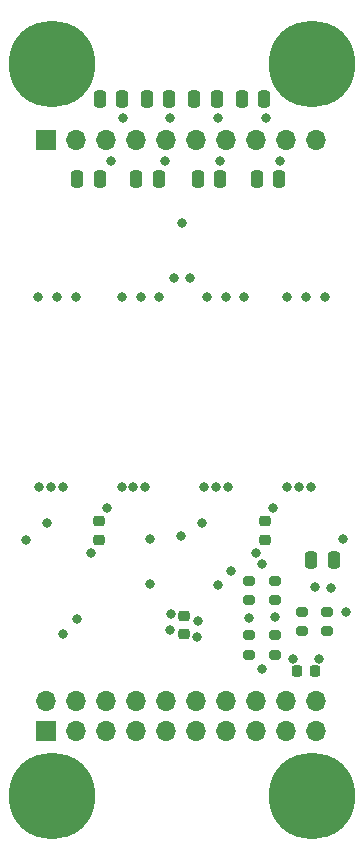
<source format=gbr>
%TF.GenerationSoftware,KiCad,Pcbnew,7.0.9*%
%TF.CreationDate,2024-02-15T22:31:25-05:00*%
%TF.ProjectId,pbm_driver4,70626d5f-6472-4697-9665-72342e6b6963,rev?*%
%TF.SameCoordinates,PX2625a0PY53ec60*%
%TF.FileFunction,Soldermask,Bot*%
%TF.FilePolarity,Negative*%
%FSLAX46Y46*%
G04 Gerber Fmt 4.6, Leading zero omitted, Abs format (unit mm)*
G04 Created by KiCad (PCBNEW 7.0.9) date 2024-02-15 22:31:25*
%MOMM*%
%LPD*%
G01*
G04 APERTURE LIST*
G04 Aperture macros list*
%AMRoundRect*
0 Rectangle with rounded corners*
0 $1 Rounding radius*
0 $2 $3 $4 $5 $6 $7 $8 $9 X,Y pos of 4 corners*
0 Add a 4 corners polygon primitive as box body*
4,1,4,$2,$3,$4,$5,$6,$7,$8,$9,$2,$3,0*
0 Add four circle primitives for the rounded corners*
1,1,$1+$1,$2,$3*
1,1,$1+$1,$4,$5*
1,1,$1+$1,$6,$7*
1,1,$1+$1,$8,$9*
0 Add four rect primitives between the rounded corners*
20,1,$1+$1,$2,$3,$4,$5,0*
20,1,$1+$1,$4,$5,$6,$7,0*
20,1,$1+$1,$6,$7,$8,$9,0*
20,1,$1+$1,$8,$9,$2,$3,0*%
G04 Aperture macros list end*
%ADD10R,1.700000X1.700000*%
%ADD11O,1.700000X1.700000*%
%ADD12RoundRect,0.200000X0.275000X-0.200000X0.275000X0.200000X-0.275000X0.200000X-0.275000X-0.200000X0*%
%ADD13RoundRect,0.200000X-0.275000X0.200000X-0.275000X-0.200000X0.275000X-0.200000X0.275000X0.200000X0*%
%ADD14RoundRect,0.250000X-0.250000X-0.475000X0.250000X-0.475000X0.250000X0.475000X-0.250000X0.475000X0*%
%ADD15RoundRect,0.250000X0.250000X0.475000X-0.250000X0.475000X-0.250000X-0.475000X0.250000X-0.475000X0*%
%ADD16RoundRect,0.225000X0.250000X-0.225000X0.250000X0.225000X-0.250000X0.225000X-0.250000X-0.225000X0*%
%ADD17RoundRect,0.225000X-0.225000X-0.250000X0.225000X-0.250000X0.225000X0.250000X-0.225000X0.250000X0*%
%ADD18C,7.330000*%
%ADD19C,0.800000*%
G04 APERTURE END LIST*
D10*
%TO.C,J1*%
X3500000Y9500000D03*
D11*
X3500000Y12040000D03*
X6040000Y9500000D03*
X6040000Y12040000D03*
X8580000Y9500000D03*
X8580000Y12040000D03*
X11120000Y9500000D03*
X11120000Y12040000D03*
X13660000Y9500000D03*
X13660000Y12040000D03*
X16200000Y9500000D03*
X16200000Y12040000D03*
X18740000Y9500000D03*
X18740000Y12040000D03*
X21280000Y9500000D03*
X21280000Y12040000D03*
X23820000Y9500000D03*
X23820000Y12040000D03*
X26360000Y9500000D03*
X26360000Y12040000D03*
%TD*%
D10*
%TO.C,J2*%
X3500000Y59600000D03*
D11*
X6040000Y59600000D03*
X8580000Y59600000D03*
X11120000Y59600000D03*
X13660000Y59600000D03*
X16200000Y59600000D03*
X18740000Y59600000D03*
X21280000Y59600000D03*
X23820000Y59600000D03*
X26360000Y59600000D03*
%TD*%
D12*
%TO.C,R10*%
X25200000Y19625000D03*
X25200000Y17975000D03*
%TD*%
%TO.C,R9*%
X27300000Y19625000D03*
X27300000Y17975000D03*
%TD*%
D13*
%TO.C,R8*%
X20700000Y20575000D03*
X20700000Y22225000D03*
%TD*%
%TO.C,R7*%
X20700000Y15975000D03*
X20700000Y17625000D03*
%TD*%
%TO.C,R6*%
X22900000Y20575000D03*
X22900000Y22225000D03*
%TD*%
%TO.C,R5*%
X22900000Y15975000D03*
X22900000Y17625000D03*
%TD*%
D14*
%TO.C,C13*%
X27850000Y24000000D03*
X25950000Y24000000D03*
%TD*%
D15*
%TO.C,C12*%
X21350000Y56300000D03*
X23250000Y56300000D03*
%TD*%
%TO.C,C11*%
X20050000Y63000000D03*
X21950000Y63000000D03*
%TD*%
D16*
%TO.C,C10*%
X15200000Y19275000D03*
X15200000Y17725000D03*
%TD*%
D15*
%TO.C,C9*%
X16350000Y56300000D03*
X18250000Y56300000D03*
%TD*%
%TO.C,C8*%
X16050000Y63000000D03*
X17950000Y63000000D03*
%TD*%
%TO.C,C7*%
X11150000Y56300000D03*
X13050000Y56300000D03*
%TD*%
%TO.C,C6*%
X12050000Y63000000D03*
X13950000Y63000000D03*
%TD*%
%TO.C,C5*%
X6150000Y56300000D03*
X8050000Y56300000D03*
%TD*%
%TO.C,C4*%
X8050000Y63000000D03*
X9950000Y63000000D03*
%TD*%
D17*
%TO.C,C3*%
X26275000Y14600000D03*
X24725000Y14600000D03*
%TD*%
D16*
%TO.C,C2*%
X22000000Y27275000D03*
X22000000Y25725000D03*
%TD*%
%TO.C,C1*%
X8000000Y27275000D03*
X8000000Y25725000D03*
%TD*%
D18*
%TO.C,H4*%
X26000000Y4000000D03*
%TD*%
%TO.C,H3*%
X4000000Y4000000D03*
%TD*%
%TO.C,H2*%
X26000000Y66000000D03*
%TD*%
%TO.C,H1*%
X4000000Y66000000D03*
%TD*%
D19*
X8700000Y28400000D03*
X22700000Y28400000D03*
X4900000Y30200000D03*
X10900000Y30200000D03*
X15000000Y52500000D03*
X14900000Y26000000D03*
X17900000Y30200000D03*
X11900000Y30200000D03*
X3900000Y30200000D03*
X18100000Y61400000D03*
X28600000Y25800000D03*
X21300000Y24600000D03*
X2900000Y30200000D03*
X1800000Y25700000D03*
X9000000Y57800000D03*
X18200000Y57800000D03*
X23300000Y57800000D03*
X13600000Y57800000D03*
X14000000Y18100000D03*
X24450500Y15600000D03*
X9900000Y30200000D03*
X24900000Y30200000D03*
X10000000Y61400000D03*
X25900000Y30200000D03*
X18900000Y30200000D03*
X7300000Y24600000D03*
X16900000Y30200000D03*
X14000000Y61400000D03*
X23900000Y30200000D03*
X22100000Y61400000D03*
X21800000Y23700000D03*
X16400000Y18800000D03*
X28900000Y19600000D03*
X21800000Y14800000D03*
X26600000Y15600000D03*
X6000000Y46300000D03*
X4400000Y46300000D03*
X2800000Y46300000D03*
X11500000Y46300000D03*
X13100000Y46300000D03*
X9900000Y46300000D03*
X18700000Y46300000D03*
X17100000Y46300000D03*
X20300000Y46300000D03*
X25500000Y46300000D03*
X23900000Y46300000D03*
X27100000Y46300000D03*
X3565000Y27135000D03*
X12300000Y25800000D03*
X16665000Y27135000D03*
X19200000Y23100000D03*
X4900000Y17700000D03*
X18100000Y21900000D03*
X12300000Y22000000D03*
X14100000Y19400000D03*
X16300000Y17500000D03*
X6100000Y19000000D03*
X22900000Y19162299D03*
X20700000Y19100000D03*
X26300000Y21700000D03*
X14300000Y47900000D03*
X27600000Y21600000D03*
X15700000Y47900000D03*
M02*

</source>
